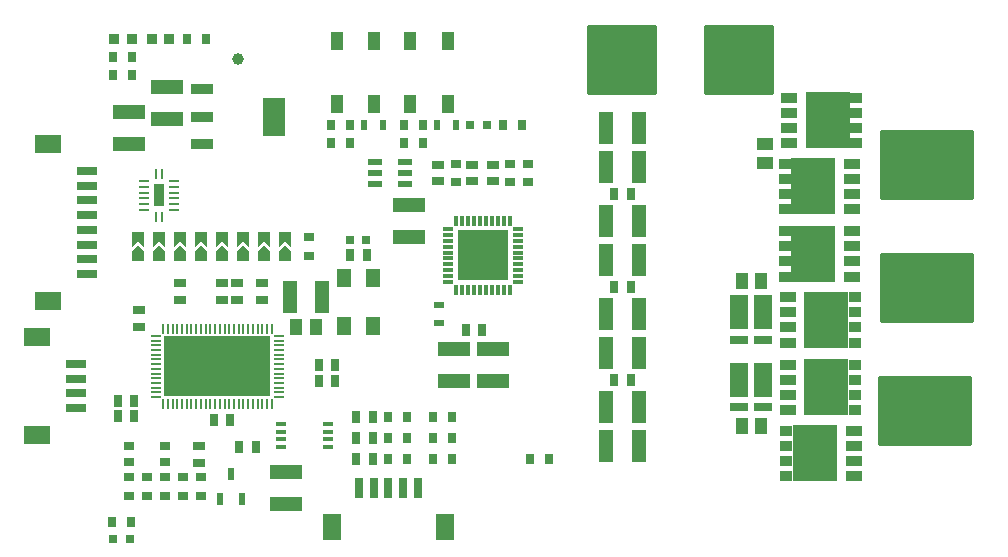
<source format=gtp>
G04*
G04 #@! TF.GenerationSoftware,Altium Limited,Altium Designer,21.0.8 (223)*
G04*
G04 Layer_Color=8421504*
%FSLAX25Y25*%
%MOIN*%
G70*
G04*
G04 #@! TF.SameCoordinates,B676E1CA-0217-40F3-8002-BB03906CADE6*
G04*
G04*
G04 #@! TF.FilePolarity,Positive*
G04*
G01*
G75*
%ADD17R,0.02756X0.07087*%
%ADD18R,0.06299X0.08661*%
%ADD19R,0.08661X0.06299*%
%ADD20R,0.07087X0.02756*%
%ADD21R,0.03150X0.03150*%
%ADD22R,0.03937X0.06102*%
%ADD23R,0.03150X0.03740*%
%ADD24C,0.03937*%
%ADD25R,0.05709X0.03347*%
%ADD26R,0.04134X0.03347*%
%ADD27R,0.14764X0.18504*%
%ADD28R,0.05118X0.11102*%
%ADD29R,0.03071X0.03858*%
%ADD30R,0.03701X0.02126*%
%ADD31R,0.11102X0.05118*%
%ADD32R,0.03858X0.03071*%
%ADD33C,0.01181*%
%ADD34R,0.04016X0.05787*%
%ADD35R,0.05886X0.11614*%
%ADD36R,0.05886X0.02756*%
G04:AMPARAMS|DCode=37|XSize=236.22mil|YSize=236.22mil|CornerRadius=11.81mil|HoleSize=0mil|Usage=FLASHONLY|Rotation=0.000|XOffset=0mil|YOffset=0mil|HoleType=Round|Shape=RoundedRectangle|*
%AMROUNDEDRECTD37*
21,1,0.23622,0.21260,0,0,0.0*
21,1,0.21260,0.23622,0,0,0.0*
1,1,0.02362,0.10630,-0.10630*
1,1,0.02362,-0.10630,-0.10630*
1,1,0.02362,-0.10630,0.10630*
1,1,0.02362,0.10630,0.10630*
%
%ADD37ROUNDEDRECTD37*%
%ADD38R,0.02362X0.04331*%
G04:AMPARAMS|DCode=39|XSize=314.96mil|YSize=236.22mil|CornerRadius=11.81mil|HoleSize=0mil|Usage=FLASHONLY|Rotation=180.000|XOffset=0mil|YOffset=0mil|HoleType=Round|Shape=RoundedRectangle|*
%AMROUNDEDRECTD39*
21,1,0.31496,0.21260,0,0,180.0*
21,1,0.29134,0.23622,0,0,180.0*
1,1,0.02362,-0.14567,0.10630*
1,1,0.02362,0.14567,0.10630*
1,1,0.02362,0.14567,-0.10630*
1,1,0.02362,-0.14567,-0.10630*
%
%ADD39ROUNDEDRECTD39*%
%ADD40R,0.04528X0.02362*%
%ADD41R,0.03543X0.07480*%
%ADD42R,0.00945X0.03543*%
%ADD43R,0.03543X0.00945*%
%ADD44R,0.02126X0.03701*%
%ADD45R,0.01181X0.03543*%
%ADD46R,0.03543X0.01181*%
%ADD47R,0.16732X0.16732*%
%ADD48R,0.03740X0.01772*%
%ADD49R,0.03740X0.03150*%
%ADD50R,0.35827X0.20079*%
%ADD51R,0.00787X0.03347*%
%ADD52R,0.03347X0.00787*%
%ADD53R,0.07480X0.12598*%
%ADD54R,0.07480X0.03543*%
%ADD55R,0.02559X0.02756*%
%ADD56R,0.05787X0.04016*%
%ADD57R,0.03543X0.03740*%
%ADD58R,0.03701X0.03150*%
%ADD59R,0.05118X0.06299*%
G36*
X90968Y102232D02*
X89000Y104200D01*
X87032Y102231D01*
X87032Y107224D01*
X90969D01*
X90968Y102232D01*
D02*
G37*
G36*
X83968D02*
X82000Y104200D01*
X80032Y102231D01*
X80032Y107224D01*
X83969D01*
X83968Y102232D01*
D02*
G37*
G36*
X76968D02*
X75000Y104200D01*
X73032Y102231D01*
X73032Y107224D01*
X76968D01*
X76968Y102232D01*
D02*
G37*
G36*
X69968D02*
X68000Y104200D01*
X66032Y102231D01*
X66031Y107224D01*
X69968D01*
X69968Y102232D01*
D02*
G37*
G36*
X62968D02*
X61000Y104200D01*
X59032Y102231D01*
X59031Y107224D01*
X62968D01*
X62968Y102232D01*
D02*
G37*
G36*
X55968D02*
X54000Y104200D01*
X52032Y102231D01*
X52031Y107224D01*
X55968D01*
X55968Y102232D01*
D02*
G37*
G36*
X48968D02*
X47000Y104200D01*
X45032Y102231D01*
X45031Y107224D01*
X48968D01*
X48968Y102232D01*
D02*
G37*
G36*
X41969D02*
X40000Y104200D01*
X38032Y102231D01*
X38032Y107224D01*
X41969D01*
X41969Y102232D01*
D02*
G37*
G36*
X90969Y100925D02*
Y97776D01*
X87032D01*
Y100925D01*
X89000Y102894D01*
X90969Y100925D01*
D02*
G37*
G36*
X83969D02*
Y97776D01*
X80032D01*
Y100925D01*
X82000Y102894D01*
X83969Y100925D01*
D02*
G37*
G36*
X76968D02*
Y97776D01*
X73032D01*
Y100925D01*
X75000Y102894D01*
X76968Y100925D01*
D02*
G37*
G36*
X69968D02*
Y97776D01*
X66031D01*
Y100925D01*
X68000Y102894D01*
X69968Y100925D01*
D02*
G37*
G36*
X62968D02*
Y97776D01*
X59031D01*
Y100925D01*
X61000Y102894D01*
X62968Y100925D01*
D02*
G37*
G36*
X55968D02*
Y97776D01*
X52031D01*
Y100925D01*
X54000Y102894D01*
X55968Y100925D01*
D02*
G37*
G36*
X48968D02*
Y97776D01*
X45031D01*
Y100925D01*
X47000Y102894D01*
X48968Y100925D01*
D02*
G37*
G36*
X41969D02*
Y97776D01*
X38032D01*
Y100925D01*
X40000Y102894D01*
X41969Y100925D01*
D02*
G37*
D17*
X113657Y22024D02*
D03*
X118579D02*
D03*
X123500D02*
D03*
X128421D02*
D03*
X133343D02*
D03*
D18*
X142201Y9031D02*
D03*
X104799D02*
D03*
D19*
X6350Y72240D02*
D03*
Y39760D02*
D03*
X10000Y84417D02*
D03*
Y136583D02*
D03*
D20*
X19342Y48618D02*
D03*
Y53539D02*
D03*
Y58461D02*
D03*
Y63382D02*
D03*
X22992Y127724D02*
D03*
Y122803D02*
D03*
Y117882D02*
D03*
Y112961D02*
D03*
Y108039D02*
D03*
Y103118D02*
D03*
Y98197D02*
D03*
Y93276D02*
D03*
D21*
X150547Y143000D02*
D03*
X156453D02*
D03*
X37453Y5000D02*
D03*
X31547D02*
D03*
D22*
X106201Y150165D02*
D03*
Y170835D02*
D03*
X118799Y150165D02*
D03*
Y170835D02*
D03*
X143299D02*
D03*
Y150165D02*
D03*
X130701Y170835D02*
D03*
Y150165D02*
D03*
D23*
X161850Y143000D02*
D03*
X168150D02*
D03*
X104350D02*
D03*
X110650D02*
D03*
X37650Y10500D02*
D03*
X31350D02*
D03*
X110650Y137000D02*
D03*
X104350D02*
D03*
X138350Y45500D02*
D03*
X144650D02*
D03*
X138350Y31500D02*
D03*
X144650D02*
D03*
X138350Y38500D02*
D03*
X144650D02*
D03*
X62650Y171500D02*
D03*
X56350D02*
D03*
X31850Y159500D02*
D03*
X38150D02*
D03*
X123350Y38500D02*
D03*
X129650D02*
D03*
X123350Y31500D02*
D03*
X129650D02*
D03*
X123350Y45500D02*
D03*
X129650D02*
D03*
X177150Y31500D02*
D03*
X170850D02*
D03*
X31850Y165500D02*
D03*
X38150D02*
D03*
X128850Y137000D02*
D03*
X135150D02*
D03*
Y143000D02*
D03*
X128850D02*
D03*
D24*
X73500Y165000D02*
D03*
D25*
X278590Y25921D02*
D03*
Y31000D02*
D03*
Y36000D02*
D03*
Y41079D02*
D03*
X256547Y47921D02*
D03*
Y85579D02*
D03*
Y80500D02*
D03*
Y75500D02*
D03*
Y70421D02*
D03*
Y53000D02*
D03*
Y58000D02*
D03*
Y63079D02*
D03*
X278091Y92421D02*
D03*
Y97500D02*
D03*
Y102500D02*
D03*
Y107579D02*
D03*
Y114921D02*
D03*
Y120000D02*
D03*
Y125000D02*
D03*
Y130079D02*
D03*
X256909Y136921D02*
D03*
Y142000D02*
D03*
Y147000D02*
D03*
Y152079D02*
D03*
D26*
X256150Y41079D02*
D03*
Y36000D02*
D03*
Y31000D02*
D03*
Y25921D02*
D03*
X278988Y70421D02*
D03*
Y75500D02*
D03*
Y80500D02*
D03*
Y85579D02*
D03*
Y63079D02*
D03*
Y58000D02*
D03*
Y53000D02*
D03*
Y47921D02*
D03*
X255650Y107579D02*
D03*
Y102500D02*
D03*
Y97500D02*
D03*
Y92421D02*
D03*
Y130079D02*
D03*
Y125000D02*
D03*
Y120000D02*
D03*
Y114921D02*
D03*
X279350Y152079D02*
D03*
Y147000D02*
D03*
Y142000D02*
D03*
Y136921D02*
D03*
D27*
X265638Y33500D02*
D03*
X269500Y78000D02*
D03*
Y55500D02*
D03*
X265138Y100000D02*
D03*
Y122500D02*
D03*
X269862Y144500D02*
D03*
D28*
X206854Y36000D02*
D03*
X196146D02*
D03*
X206854Y49000D02*
D03*
X196146D02*
D03*
X206854Y80000D02*
D03*
X196146D02*
D03*
X206854Y67000D02*
D03*
X196146D02*
D03*
X206854Y98000D02*
D03*
X196146D02*
D03*
X101354Y85500D02*
D03*
X90646D02*
D03*
X196146Y129000D02*
D03*
X206854D02*
D03*
X196146Y142000D02*
D03*
X206854D02*
D03*
X196146Y111000D02*
D03*
X206854D02*
D03*
D29*
X198744Y58000D02*
D03*
X204256D02*
D03*
X70756Y44500D02*
D03*
X65244D02*
D03*
X198744Y89000D02*
D03*
X204256D02*
D03*
Y120000D02*
D03*
X198744D02*
D03*
X149244Y74500D02*
D03*
X154756D02*
D03*
X79256Y35500D02*
D03*
X73744D02*
D03*
X112819Y31500D02*
D03*
X118331D02*
D03*
X105756Y57500D02*
D03*
X100244D02*
D03*
X33244Y51000D02*
D03*
X38756D02*
D03*
X105756Y63000D02*
D03*
X100244D02*
D03*
X33244Y46000D02*
D03*
X38756D02*
D03*
X110744Y99500D02*
D03*
X116256D02*
D03*
X118331Y45500D02*
D03*
X112819D02*
D03*
X118331Y38500D02*
D03*
X112819D02*
D03*
D30*
X140500Y83150D02*
D03*
Y76850D02*
D03*
D31*
X89500Y16646D02*
D03*
Y27354D02*
D03*
X130500Y116354D02*
D03*
Y105646D02*
D03*
X49826Y155631D02*
D03*
Y144922D02*
D03*
X37000Y136646D02*
D03*
Y147354D02*
D03*
X145500Y57646D02*
D03*
Y68354D02*
D03*
X158500D02*
D03*
Y57646D02*
D03*
D32*
X60500Y30488D02*
D03*
Y36000D02*
D03*
X151500Y129756D02*
D03*
Y124244D02*
D03*
X140000Y129756D02*
D03*
Y124244D02*
D03*
X40500Y75744D02*
D03*
Y81256D02*
D03*
X81500Y84744D02*
D03*
Y90256D02*
D03*
X68000D02*
D03*
Y84744D02*
D03*
X73000D02*
D03*
Y90256D02*
D03*
X54000Y84744D02*
D03*
Y90256D02*
D03*
X158500Y129756D02*
D03*
Y124244D02*
D03*
D33*
X89000Y105500D02*
D03*
Y99500D02*
D03*
X61000Y105500D02*
D03*
Y99500D02*
D03*
X82000Y105500D02*
D03*
Y99500D02*
D03*
X75000Y105500D02*
D03*
Y99500D02*
D03*
X68000Y105500D02*
D03*
Y99500D02*
D03*
X54000Y105500D02*
D03*
Y99500D02*
D03*
X47000Y105500D02*
D03*
Y99500D02*
D03*
X40000Y105500D02*
D03*
Y99500D02*
D03*
D34*
X241311Y42500D02*
D03*
X247689D02*
D03*
Y91000D02*
D03*
X241311D02*
D03*
X99189Y75500D02*
D03*
X92811D02*
D03*
D35*
X240209Y58000D02*
D03*
X248500D02*
D03*
Y80500D02*
D03*
X240209D02*
D03*
D36*
X248500Y48847D02*
D03*
X240209D02*
D03*
Y71346D02*
D03*
X248500D02*
D03*
D37*
X240500Y164500D02*
D03*
X201500D02*
D03*
D38*
X71000Y26831D02*
D03*
X74740Y18169D02*
D03*
X67260D02*
D03*
D39*
X303000Y129500D02*
D03*
Y88500D02*
D03*
X302500Y47500D02*
D03*
D40*
X129118Y130740D02*
D03*
Y127000D02*
D03*
Y123260D02*
D03*
X118882D02*
D03*
Y127000D02*
D03*
Y130740D02*
D03*
D41*
X47000Y119500D02*
D03*
D42*
X46016Y126587D02*
D03*
Y112413D02*
D03*
X47984D02*
D03*
Y126587D02*
D03*
D43*
X41882Y124421D02*
D03*
Y122453D02*
D03*
Y120484D02*
D03*
Y118516D02*
D03*
Y116547D02*
D03*
Y114579D02*
D03*
X52118D02*
D03*
Y116547D02*
D03*
Y118516D02*
D03*
Y120484D02*
D03*
Y122453D02*
D03*
Y124421D02*
D03*
D44*
X115350Y143000D02*
D03*
X121650D02*
D03*
X146050D02*
D03*
X139750D02*
D03*
D45*
X146142Y87886D02*
D03*
X148110D02*
D03*
X150079D02*
D03*
X152047D02*
D03*
X154016D02*
D03*
X155984D02*
D03*
X157953D02*
D03*
X159921D02*
D03*
X161890D02*
D03*
X163858D02*
D03*
Y111114D02*
D03*
X161890D02*
D03*
X159921D02*
D03*
X157953D02*
D03*
X155984D02*
D03*
X154016D02*
D03*
X152047D02*
D03*
X150079D02*
D03*
X148110D02*
D03*
X146142D02*
D03*
D46*
X166614Y90642D02*
D03*
Y92610D02*
D03*
Y94579D02*
D03*
Y96547D02*
D03*
Y98516D02*
D03*
Y100484D02*
D03*
Y102453D02*
D03*
Y104421D02*
D03*
Y106390D02*
D03*
Y108358D02*
D03*
X143386D02*
D03*
Y106390D02*
D03*
Y104421D02*
D03*
Y102453D02*
D03*
Y100484D02*
D03*
Y98516D02*
D03*
Y96547D02*
D03*
Y94579D02*
D03*
Y92610D02*
D03*
Y90642D02*
D03*
D47*
X155000Y99500D02*
D03*
D48*
X87799Y35661D02*
D03*
Y38221D02*
D03*
Y40780D02*
D03*
Y43339D02*
D03*
X103350D02*
D03*
Y40780D02*
D03*
Y38221D02*
D03*
Y35661D02*
D03*
D49*
X61000Y19201D02*
D03*
Y25500D02*
D03*
X49000D02*
D03*
Y19201D02*
D03*
X170000Y130150D02*
D03*
Y123850D02*
D03*
X97000Y99350D02*
D03*
Y105650D02*
D03*
X55000Y25500D02*
D03*
Y19201D02*
D03*
X43000D02*
D03*
Y25500D02*
D03*
X37000Y19201D02*
D03*
Y25500D02*
D03*
X164000Y123850D02*
D03*
Y130150D02*
D03*
X146000D02*
D03*
Y123850D02*
D03*
D50*
X66500Y62500D02*
D03*
D51*
X48390Y75098D02*
D03*
X49965D02*
D03*
X51539D02*
D03*
X53114D02*
D03*
X54689D02*
D03*
X56264D02*
D03*
X57839D02*
D03*
X59413D02*
D03*
X60988D02*
D03*
X62563D02*
D03*
X64138D02*
D03*
X65713D02*
D03*
X67287D02*
D03*
X68862D02*
D03*
X70437D02*
D03*
X72012D02*
D03*
X73587D02*
D03*
X75161D02*
D03*
X76736D02*
D03*
X78311D02*
D03*
X79886D02*
D03*
X81461D02*
D03*
X83035D02*
D03*
X84610D02*
D03*
Y49902D02*
D03*
X83035D02*
D03*
X81461D02*
D03*
X79886D02*
D03*
X78311D02*
D03*
X76736D02*
D03*
X75161D02*
D03*
X73587D02*
D03*
X72012D02*
D03*
X70437D02*
D03*
X68862D02*
D03*
X67287D02*
D03*
X65713D02*
D03*
X64138D02*
D03*
X62563D02*
D03*
X60988D02*
D03*
X59413D02*
D03*
X57839D02*
D03*
X56264D02*
D03*
X54689D02*
D03*
X53114D02*
D03*
X51539D02*
D03*
X49965D02*
D03*
X48390D02*
D03*
D52*
X86972Y72736D02*
D03*
Y71161D02*
D03*
Y69587D02*
D03*
Y68012D02*
D03*
Y66437D02*
D03*
Y64862D02*
D03*
Y63287D02*
D03*
Y61713D02*
D03*
Y60138D02*
D03*
Y58563D02*
D03*
Y56988D02*
D03*
Y55413D02*
D03*
Y53839D02*
D03*
Y52264D02*
D03*
X46028D02*
D03*
Y53839D02*
D03*
Y55413D02*
D03*
Y56988D02*
D03*
Y58563D02*
D03*
Y60138D02*
D03*
Y61713D02*
D03*
Y63287D02*
D03*
Y64862D02*
D03*
Y66437D02*
D03*
Y68012D02*
D03*
Y69587D02*
D03*
Y71161D02*
D03*
Y72736D02*
D03*
D53*
X85287Y145780D02*
D03*
D54*
X61272Y136724D02*
D03*
Y145780D02*
D03*
Y154835D02*
D03*
D55*
X110843Y104500D02*
D03*
X116157D02*
D03*
D56*
X249000Y130311D02*
D03*
Y136689D02*
D03*
D57*
X37953Y171500D02*
D03*
X32047D02*
D03*
X50453D02*
D03*
X44547D02*
D03*
D58*
X37000Y36000D02*
D03*
Y30724D02*
D03*
X49000Y36000D02*
D03*
Y30724D02*
D03*
D59*
X118421Y91874D02*
D03*
Y76126D02*
D03*
X108579D02*
D03*
Y91874D02*
D03*
M02*

</source>
